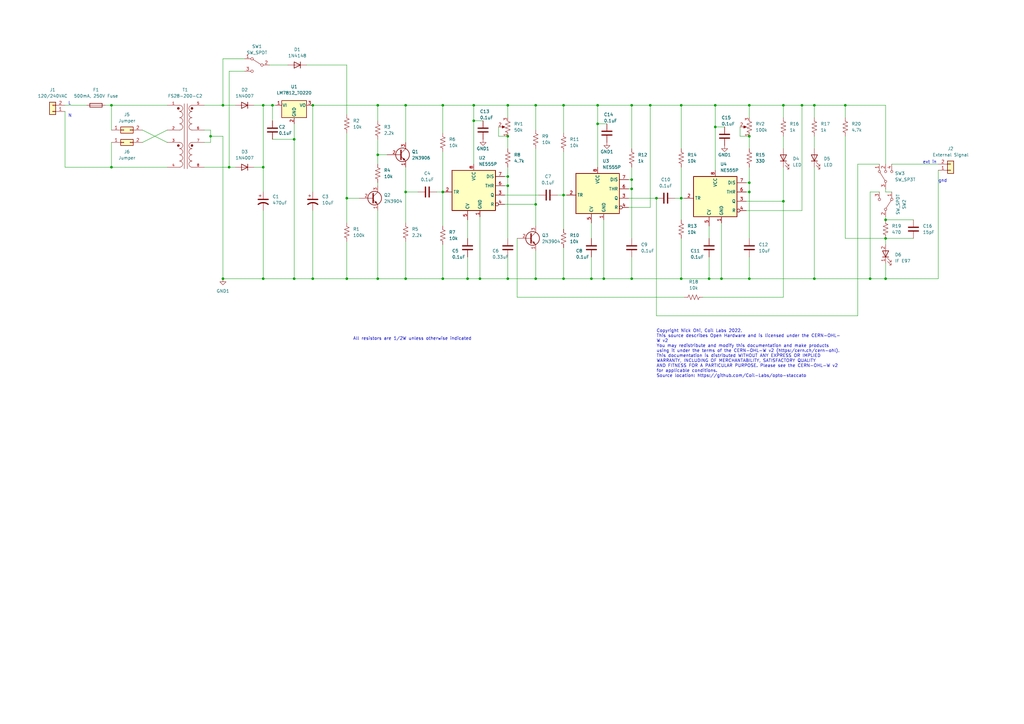
<source format=kicad_sch>
(kicad_sch (version 20211123) (generator eeschema)
  (paper "A3")
  (lib_symbols
    (symbol "Connector_Generic:Conn_01x02" (pin_names (offset 1.016) hide)
      (property "Reference" "J" (at 0 2.54 0))
      (property "Value" "Conn_01x02" (at 0 -5.08 0))
      (symbol "Conn_01x02_1_1"
        (rectangle (start -1.27 -2.413) (end 0 -2.667) (stroke (width 0.1524)))
        (rectangle (start -1.27 0.127) (end 0 -0.127) (stroke (width 0.1524)))
        (rectangle (start -1.27 1.27) (end 1.27 -3.81) (stroke (width 0.254)) (fill (type background)))
        (pin passive line (at -5.08 0 0) (length 3.81) (name "Pin_1") (number "1"))
        (pin passive line (at -5.08 -2.54 0) (length 3.81) (name "Pin_2") (number "2"))
      )
    )
    (symbol "Connector_Generic:Conn_02x01" (pin_names (offset 1.016) hide)
      (property "Reference" "J" (at 1.27 2.54 0))
      (property "Value" "Conn_02x01" (at 1.27 -2.54 0))
      (symbol "Conn_02x01_1_1"
        (rectangle (start -1.27 0.127) (end 0 -0.127) (stroke (width 0.1524)))
        (rectangle (start -1.27 1.27) (end 3.81 -1.27) (stroke (width 0.254)) (fill (type background)))
        (rectangle (start 3.81 0.127) (end 2.54 -0.127) (stroke (width 0.1524)))
        (pin passive line (at -5.08 0 0) (length 3.81) (name "Pin_1") (number "1"))
        (pin passive line (at 7.62 0 180) (length 3.81) (name "Pin_2") (number "2"))
      )
    )
    (symbol "Device:C" (pin_numbers hide) (pin_names (offset 0.254))
      (property "Reference" "C" (at 0.635 2.54 0))
      (property "Value" "C" (at 0.635 -2.54 0))
      (symbol "C_0_1"
        (polyline (pts (xy -2.032 -0.762) (xy 2.032 -0.762)) (stroke (width 0.508)))
        (polyline (pts (xy -2.032 0.762) (xy 2.032 0.762)) (stroke (width 0.508)))
      )
      (symbol "C_1_1"
        (pin passive line (at 0 3.81 270) (length 2.794) (name "~") (number "1"))
        (pin passive line (at 0 -3.81 90) (length 2.794) (name "~") (number "2"))
      )
    )
    (symbol "Device:C_Polarized_US" (pin_numbers hide) (pin_names (offset 0.254) hide)
      (property "Reference" "C" (at 0.635 2.54 0))
      (property "Value" "C_Polarized_US" (at 0.635 -2.54 0))
      (symbol "C_Polarized_US_0_1"
        (polyline (pts (xy -2.032 0.762) (xy 2.032 0.762)) (stroke (width 0.508)))
        (polyline (pts (xy -1.778 2.286) (xy -0.762 2.286)))
        (polyline (pts (xy -1.27 1.778) (xy -1.27 2.794)))
        (arc (start 2.032 -1.27) (mid 0 -0.5572) (end -2.032 -1.27) (stroke (width 0.508)))
      )
      (symbol "C_Polarized_US_1_1"
        (pin passive line (at 0 3.81 270) (length 2.794) (name "~") (number "1"))
        (pin passive line (at 0 -3.81 90) (length 3.302) (name "~") (number "2"))
      )
    )
    (symbol "Device:Fuse" (pin_numbers hide) (pin_names (offset 0))
      (property "Reference" "F" (at 2.032 0 90))
      (property "Value" "Fuse" (at -1.905 0 90))
      (symbol "Fuse_0_1"
        (rectangle (start -0.762 -2.54) (end 0.762 2.54) (stroke (width 0.254)))
        (polyline (pts (xy 0 2.54) (xy 0 -2.54)))
      )
      (symbol "Fuse_1_1"
        (pin passive line (at 0 3.81 270) (length 1.27) (name "~") (number "1"))
        (pin passive line (at 0 -3.81 90) (length 1.27) (name "~") (number "2"))
      )
    )
    (symbol "Device:LED" (pin_numbers hide) (pin_names (offset 1.016) hide)
      (property "Reference" "D" (at 0 2.54 0))
      (property "Value" "LED" (at 0 -2.54 0))
      (symbol "LED_0_1"
        (polyline (pts (xy -1.27 -1.27) (xy -1.27 1.27)) (stroke (width 0.254)))
        (polyline (pts (xy -1.27 0) (xy 1.27 0)))
        (polyline (pts (xy 1.27 -1.27) (xy 1.27 1.27) (xy -1.27 0) (xy 1.27 -1.27)) (stroke (width 0.254)))
        (polyline (pts (xy -3.048 -0.762) (xy -4.572 -2.286) (xy -3.81 -2.286) (xy -4.572 -2.286) (xy -4.572 -1.524)))
        (polyline (pts (xy -1.778 -0.762) (xy -3.302 -2.286) (xy -2.54 -2.286) (xy -3.302 -2.286) (xy -3.302 -1.524)))
      )
      (symbol "LED_1_1"
        (pin passive line (at -3.81 0 0) (length 2.54) (name "K") (number "1"))
        (pin passive line (at 3.81 0 180) (length 2.54) (name "A") (number "2"))
      )
    )
    (symbol "Device:R_Potentiometer_US" (pin_names (offset 1.016) hide)
      (property "Reference" "RV" (at -4.445 0 90))
      (property "Value" "R_Potentiometer_US" (at -2.54 0 90))
      (symbol "R_Potentiometer_US_0_1"
        (polyline (pts (xy 0 -2.286) (xy 0 -2.54)))
        (polyline (pts (xy 0 2.54) (xy 0 2.286)))
        (polyline (pts (xy 2.54 0) (xy 1.524 0)))
        (polyline (pts (xy 1.143 0) (xy 2.286 0.508) (xy 2.286 -0.508) (xy 1.143 0)) (fill (type outline)))
        (polyline (pts (xy 0 -0.762) (xy 1.016 -1.143) (xy 0 -1.524) (xy -1.016 -1.905) (xy 0 -2.286)))
        (polyline (pts (xy 0 0.762) (xy 1.016 0.381) (xy 0 0) (xy -1.016 -0.381) (xy 0 -0.762)))
        (polyline (pts (xy 0 2.286) (xy 1.016 1.905) (xy 0 1.524) (xy -1.016 1.143) (xy 0 0.762)))
      )
      (symbol "R_Potentiometer_US_1_1"
        (pin passive line (at 0 3.81 270) (length 1.27) (name "1") (number "1"))
        (pin passive line (at 3.81 0 180) (length 1.27) (name "2") (number "2"))
        (pin passive line (at 0 -3.81 90) (length 1.27) (name "3") (number "3"))
      )
    )
    (symbol "Device:R_US" (pin_numbers hide) (pin_names (offset 0))
      (property "Reference" "R" (at 2.54 0 90))
      (property "Value" "R_US" (at -2.54 0 90))
      (symbol "R_US_0_1"
        (polyline (pts (xy 0 -2.286) (xy 0 -2.54)))
        (polyline (pts (xy 0 2.286) (xy 0 2.54)))
        (polyline (pts (xy 0 -0.762) (xy 1.016 -1.143) (xy 0 -1.524) (xy -1.016 -1.905) (xy 0 -2.286)))
        (polyline (pts (xy 0 0.762) (xy 1.016 0.381) (xy 0 0) (xy -1.016 -0.381) (xy 0 -0.762)))
        (polyline (pts (xy 0 2.286) (xy 1.016 1.905) (xy 0 1.524) (xy -1.016 1.143) (xy 0 0.762)))
      )
      (symbol "R_US_1_1"
        (pin passive line (at 0 3.81 270) (length 1.27) (name "~") (number "1"))
        (pin passive line (at 0 -3.81 90) (length 1.27) (name "~") (number "2"))
      )
    )
    (symbol "Diode:1N4007" (pin_numbers hide) (pin_names (offset 1.016) hide)
      (property "Reference" "D" (at 0 2.54 0))
      (property "Value" "1N4007" (at 0 -2.54 0))
      (symbol "1N4007_0_1"
        (polyline (pts (xy -1.27 1.27) (xy -1.27 -1.27)) (stroke (width 0.254)))
        (polyline (pts (xy 1.27 0) (xy -1.27 0)))
        (polyline (pts (xy 1.27 1.27) (xy 1.27 -1.27) (xy -1.27 0) (xy 1.27 1.27)) (stroke (width 0.254)))
      )
      (symbol "1N4007_1_1"
        (pin passive line (at -3.81 0 0) (length 2.54) (name "K") (number "1"))
        (pin passive line (at 3.81 0 180) (length 2.54) (name "A") (number "2"))
      )
    )
    (symbol "FS28-200-C2:FS28-200-C2" (pin_names (offset 1.016) hide)
      (property "Reference" "T" (at -5.08 15.24 0))
      (property "Value" "FS28-200-C2" (at -5.08 -17.78 0))
      (symbol "FS28-200-C2_0_0"
        (circle (center -3.048 -3.81) (radius 0.254) (stroke (width 0.508)))
        (circle (center -3.048 11.43) (radius 0.254) (stroke (width 0.508)))
        (arc (start -2.54 -12.7) (mid -1.27 -11.43) (end -2.54 -10.16) (stroke (width 0.1524)))
        (arc (start -2.54 -10.16) (mid -1.27 -8.89) (end -2.54 -7.62) (stroke (width 0.1524)))
        (arc (start -2.54 -7.62) (mid -1.27 -6.35) (end -2.54 -5.08) (stroke (width 0.1524)))
        (arc (start -2.54 -5.08) (mid -1.27 -3.81) (end -2.54 -2.54) (stroke (width 0.1524)))
        (arc (start -2.54 2.54) (mid -1.27 3.81) (end -2.54 5.08) (stroke (width 0.1524)))
        (arc (start -2.54 5.08) (mid -1.27 6.35) (end -2.54 7.62) (stroke (width 0.1524)))
        (arc (start -2.54 7.62) (mid -1.27 8.89) (end -2.54 10.16) (stroke (width 0.1524)))
        (arc (start -2.54 10.16) (mid -1.27 11.43) (end -2.54 12.7) (stroke (width 0.1524)))
        (polyline (pts (xy -0.635 13.335) (xy -0.635 -13.335)) (stroke (width 0.1524)))
        (polyline (pts (xy 0.635 13.335) (xy 0.635 -13.335)) (stroke (width 0.1524)))
        (arc (start 2.54 -10.16) (mid 1.27 -11.43) (end 2.54 -12.7) (stroke (width 0.1524)))
        (arc (start 2.54 -7.62) (mid 1.27 -8.89) (end 2.54 -10.16) (stroke (width 0.1524)))
        (arc (start 2.54 -5.08) (mid 1.27 -6.35) (end 2.54 -7.62) (stroke (width 0.1524)))
        (circle (center 2.54 -3.81) (radius 0.254) (stroke (width 0.508)))
        (arc (start 2.54 -2.54) (mid 1.27 -3.81) (end 2.54 -5.08) (stroke (width 0.1524)))
        (arc (start 2.54 5.08) (mid 1.27 3.81) (end 2.54 2.54) (stroke (width 0.1524)))
        (arc (start 2.54 7.62) (mid 1.27 6.35) (end 2.54 5.08) (stroke (width 0.1524)))
        (arc (start 2.54 10.16) (mid 1.27 8.89) (end 2.54 7.62) (stroke (width 0.1524)))
        (circle (center 2.54 11.43) (radius 0.254) (stroke (width 0.508)))
        (arc (start 2.54 12.7) (mid 1.27 11.43) (end 2.54 10.16) (stroke (width 0.1524)))
        (pin passive line (at -7.62 12.7 0) (length 5.08) (name "~") (number "1"))
        (pin passive line (at -7.62 2.54 0) (length 5.08) (name "~") (number "2"))
        (pin passive line (at -7.62 -2.54 0) (length 5.08) (name "~") (number "3"))
        (pin passive line (at -7.62 -12.7 0) (length 5.08) (name "~") (number "4"))
        (pin passive line (at 7.62 12.7 180) (length 5.08) (name "~") (number "5"))
        (pin passive line (at 7.62 2.54 180) (length 5.08) (name "~") (number "6"))
        (pin passive line (at 7.62 -2.54 180) (length 5.08) (name "~") (number "7"))
        (pin passive line (at 7.62 -12.7 180) (length 5.08) (name "~") (number "8"))
      )
    )
    (symbol "LED_1" (pin_names (offset 1.016) hide)
      (property "Reference" "D" (at 0 2.54 0))
      (property "Value" "LED_1" (at 0 -2.54 0))
      (symbol "LED_1_0_1"
        (polyline (pts (xy -1.27 -1.27) (xy -1.27 1.27)) (stroke (width 0.254)))
        (polyline (pts (xy -1.27 0) (xy 1.27 0)))
        (polyline (pts (xy 1.27 -1.27) (xy 1.27 1.27) (xy -1.27 0) (xy 1.27 -1.27)) (stroke (width 0.254)))
        (polyline (pts (xy -3.048 -0.762) (xy -4.572 -2.286) (xy -3.81 -2.286) (xy -4.572 -2.286) (xy -4.572 -1.524)))
        (polyline (pts (xy -1.778 -0.762) (xy -3.302 -2.286) (xy -2.54 -2.286) (xy -3.302 -2.286) (xy -3.302 -1.524)))
      )
      (symbol "LED_1_1_1"
        (pin passive line (at -3.81 0 0) (length 2.54) (name "K") (number "1"))
        (pin passive line (at 3.81 0 180) (length 2.54) (name "A") (number "2"))
      )
    )
    (symbol "Regulator_Linear:LM7812_TO220" (pin_names (offset 0.254))
      (property "Reference" "U" (at -3.81 3.175 0))
      (property "Value" "LM7812_TO220" (at 0 3.175 0))
      (symbol "LM7812_TO220_0_1"
        (rectangle (start -5.08 1.905) (end 5.08 -5.08) (stroke (width 0.254)) (fill (type background)))
      )
      (symbol "LM7812_TO220_1_1"
        (pin power_in line (at -7.62 0 0) (length 2.54) (name "VI") (number "1"))
        (pin power_in line (at 0 -7.62 90) (length 2.54) (name "GND") (number "2"))
        (pin power_out line (at 7.62 0 180) (length 2.54) (name "VO") (number "3"))
      )
    )
    (symbol "Switch:SW_SP3T" (pin_names (offset 0) hide)
      (property "Reference" "SW" (at 0 5.08 0))
      (property "Value" "SW_SP3T" (at 0 -5.08 0))
      (symbol "SW_SP3T_0_1"
        (circle (center -2.032 0) (radius 0.4572))
        (polyline (pts (xy -1.651 0.254) (xy 1.651 2.286)))
        (circle (center 2.032 -2.54) (radius 0.4572))
        (circle (center 2.032 0) (radius 0.4572))
        (circle (center 2.032 2.54) (radius 0.4572))
      )
      (symbol "SW_SP3T_1_1"
        (pin passive line (at 5.08 2.54 180) (length 2.54) (name "1") (number "1"))
        (pin passive line (at 5.08 0 180) (length 2.54) (name "2") (number "2"))
        (pin passive line (at -5.08 0 0) (length 2.54) (name "3") (number "3"))
        (pin passive line (at 5.08 -2.54 180) (length 2.54) (name "4") (number "4"))
      )
    )
    (symbol "Switch:SW_SPDT" (pin_names (offset 0) hide)
      (property "Reference" "SW" (at 0 4.318 0))
      (property "Value" "SW_SPDT" (at 0 -5.08 0))
      (symbol "SW_SPDT_0_0"
        (circle (center -2.032 0) (radius 0.508))
        (circle (center 2.032 -2.54) (radius 0.508))
      )
      (symbol "SW_SPDT_0_1"
        (polyline (pts (xy -1.524 0.254) (xy 1.651 2.286)))
        (circle (center 2.032 2.54) (radius 0.508))
      )
      (symbol "SW_SPDT_1_1"
        (pin passive line (at 5.08 2.54 180) (length 2.54) (name "A") (number "1"))
        (pin passive line (at -5.08 0 0) (length 2.54) (name "B") (number "2"))
        (pin passive line (at 5.08 -2.54 180) (length 2.54) (name "C") (number "3"))
      )
    )
    (symbol "Timer:NE555P"
      (property "Reference" "U?" (at 2.54 13.97 0))
      (property "Value" "NE555P" (at 2.54 11.43 0))
      (symbol "NE555P_0_0"
        (pin power_in line (at 2.54 -10.16 90) (length 2.54) (name "GND") (number "1"))
        (pin power_in line (at 0 11.43 270) (length 2.54) (name "VCC") (number "8"))
      )
      (symbol "NE555P_0_1"
        (rectangle (start -8.89 8.89) (end 8.89 -7.62) (stroke (width 0.254)) (fill (type background)))
        (rectangle (start -8.89 8.89) (end 8.89 -7.62) (stroke (width 0.254)) (fill (type background)))
      )
      (symbol "NE555P_1_1"
        (pin input line (at -12.7 0 0) (length 3.81) (name "TR") (number "2"))
        (pin output line (at 12.7 -1.27 180) (length 3.81) (name "Q") (number "3"))
        (pin input inverted (at 12.7 -5.08 180) (length 3.81) (name "R") (number "4"))
        (pin input line (at -2.54 -11.43 90) (length 3.81) (name "CV") (number "5"))
        (pin input line (at 12.7 2.54 180) (length 3.81) (name "THR") (number "6"))
        (pin input line (at 12.7 6.35 180) (length 3.81) (name "DIS") (number "7"))
      )
    )
    (symbol "Transistor_BJT:2N3904" (pin_names (offset 0) hide)
      (property "Reference" "Q" (at 5.08 1.905 0))
      (property "Value" "2N3904" (at 5.08 0 0))
      (symbol "2N3904_0_1"
        (polyline (pts (xy 0.635 0.635) (xy 2.54 2.54)))
        (polyline (pts (xy 0.635 -0.635) (xy 2.54 -2.54) (xy 2.54 -2.54)))
        (polyline (pts (xy 0.635 1.905) (xy 0.635 -1.905) (xy 0.635 -1.905)) (stroke (width 0.508)))
        (polyline (pts (xy 1.27 -1.778) (xy 1.778 -1.27) (xy 2.286 -2.286) (xy 1.27 -1.778) (xy 1.27 -1.778)) (fill (type outline)))
        (circle (center 1.27 0) (radius 2.8194) (stroke (width 0.254)))
      )
      (symbol "2N3904_1_1"
        (pin passive line (at 2.54 -5.08 90) (length 2.54) (name "E") (number "1"))
        (pin passive line (at -5.08 0 0) (length 5.715) (name "B") (number "2"))
        (pin passive line (at 2.54 5.08 270) (length 2.54) (name "C") (number "3"))
      )
    )
    (symbol "Transistor_BJT:2N3906" (pin_names (offset 0) hide)
      (property "Reference" "Q" (at 5.08 1.905 0))
      (property "Value" "2N3906" (at 5.08 0 0))
      (symbol "2N3906_0_1"
        (polyline (pts (xy 0.635 0.635) (xy 2.54 2.54)))
        (polyline (pts (xy 0.635 -0.635) (xy 2.54 -2.54) (xy 2.54 -2.54)))
        (polyline (pts (xy 0.635 1.905) (xy 0.635 -1.905) (xy 0.635 -1.905)) (stroke (width 0.508)))
        (polyline (pts (xy 2.286 -1.778) (xy 1.778 -2.286) (xy 1.27 -1.27) (xy 2.286 -1.778) (xy 2.286 -1.778)) (fill (type outline)))
        (circle (center 1.27 0) (radius 2.8194) (stroke (width 0.254)))
      )
      (symbol "2N3906_1_1"
        (pin passive line (at 2.54 -5.08 90) (length 2.54) (name "E") (number "1"))
        (pin input line (at -5.08 0 0) (length 5.715) (name "B") (number "2"))
        (pin passive line (at 2.54 5.08 270) (length 2.54) (name "C") (number "3"))
      )
    )
    (symbol "power:GND1" (power) (pin_names (offset 0))
      (property "Value" "GND1" (at 0 -3.81 0))
      (symbol "GND1_0_1"
        (polyline (pts (xy 0 0) (xy 0 -1.27) (xy 1.27 -1.27) (xy 0 -2.54) (xy -1.27 -1.27) (xy 0 -1.27)))
      )
      (symbol "GND1_1_1"
        (pin power_in line (at 0 0 270) (length 0) hide (name "GND1") (number "1"))
      )
    )
  )
  (junction (at 208.28 72.39))
  (junction (at 279.4 114.3))
  (junction (at 321.31 82.55))
  (junction (at 45.72 43.18))
  (junction (at 307.34 74.93))
  (junction (at 93.98 68.58))
  (junction (at 166.37 114.3))
  (junction (at 293.37 43.18))
  (junction (at 279.4 81.28))
  (junction (at 194.31 49.53))
  (junction (at 363.22 90.17))
  (junction (at 91.44 114.3))
  (junction (at 346.71 43.18))
  (junction (at 91.44 43.18))
  (junction (at 107.95 43.18))
  (junction (at 269.24 81.28))
  (junction (at 259.08 73.66))
  (junction (at 219.71 83.82))
  (junction (at 334.01 43.18))
  (junction (at 307.34 55.88))
  (junction (at 295.91 114.3))
  (junction (at 86.36 55.88))
  (junction (at 142.24 114.3))
  (junction (at 219.71 43.18))
  (junction (at 307.34 114.3))
  (junction (at 208.28 76.2))
  (junction (at 307.34 43.18))
  (junction (at 166.37 43.18))
  (junction (at 128.27 114.3))
  (junction (at 290.83 114.3))
  (junction (at 363.22 114.3))
  (junction (at 259.08 114.3))
  (junction (at 266.7 43.18))
  (junction (at 166.37 78.74))
  (junction (at 231.14 80.01))
  (junction (at 245.11 50.8))
  (junction (at 279.4 43.18))
  (junction (at 231.14 114.3))
  (junction (at 247.65 114.3))
  (junction (at 334.01 114.3))
  (junction (at 293.37 52.07))
  (junction (at 196.85 114.3))
  (junction (at 154.94 43.18))
  (junction (at 107.95 68.58))
  (junction (at 208.28 43.18))
  (junction (at 107.95 114.3))
  (junction (at 307.34 78.74))
  (junction (at 120.65 57.15))
  (junction (at 231.14 43.18))
  (junction (at 181.61 114.3))
  (junction (at 208.28 114.3))
  (junction (at 363.22 97.79))
  (junction (at 111.76 43.18))
  (junction (at 128.27 43.18))
  (junction (at 245.11 43.18))
  (junction (at 181.61 78.74))
  (junction (at 259.08 43.18))
  (junction (at 154.94 63.5))
  (junction (at 321.31 43.18))
  (junction (at 154.94 114.3))
  (junction (at 194.31 43.18))
  (junction (at 181.61 43.18))
  (junction (at 120.65 114.3))
  (junction (at 45.72 68.58))
  (junction (at 242.57 114.3))
  (junction (at 191.77 114.3))
  (junction (at 208.28 55.88))
  (junction (at 356.87 114.3))
  (junction (at 328.93 43.18))
  (junction (at 142.24 81.28))
  (junction (at 219.71 114.3))
  (junction (at 259.08 77.47))
  (wire (pts (xy 219.71 43.18) (xy 219.71 53.34)))
  (wire (pts (xy 259.08 73.66) (xy 257.81 73.66)))
  (wire (pts (xy 303.53 55.88) (xy 307.34 55.88)))
  (wire (pts (xy 111.76 57.15) (xy 120.65 57.15)))
  (wire (pts (xy 111.76 49.53) (xy 111.76 43.18)))
  (wire (pts (xy 328.93 43.18) (xy 321.31 43.18)))
  (wire (pts (xy 360.68 78.74) (xy 356.87 78.74)))
  (wire (pts (xy 208.28 76.2) (xy 208.28 72.39)))
  (wire (pts (xy 363.22 78.74) (xy 363.22 77.47)))
  (wire (pts (xy 91.44 43.18) (xy 96.52 43.18)))
  (wire (pts (xy 181.61 43.18) (xy 194.31 43.18)))
  (wire (pts (xy 111.76 43.18) (xy 113.03 43.18)))
  (wire (pts (xy 196.85 114.3) (xy 208.28 114.3)))
  (wire (pts (xy 365.76 67.31) (xy 384.81 67.31)))
  (wire (pts (xy 154.94 43.18) (xy 128.27 43.18)))
  (wire (pts (xy 295.91 114.3) (xy 290.83 114.3)))
  (wire (pts (xy 334.01 48.26) (xy 334.01 43.18)))
  (wire (pts (xy 242.57 91.44) (xy 242.57 97.79)))
  (wire (pts (xy 303.53 52.07) (xy 303.53 55.88)))
  (wire (pts (xy 147.32 81.28) (xy 142.24 81.28)))
  (wire (pts (xy 247.65 114.3) (xy 242.57 114.3)))
  (wire (pts (xy 166.37 43.18) (xy 181.61 43.18)))
  (wire (pts (xy 83.82 43.18) (xy 91.44 43.18)))
  (wire (pts (xy 219.71 83.82) (xy 219.71 92.71)))
  (wire (pts (xy 142.24 26.67) (xy 142.24 46.99)))
  (wire (pts (xy 279.4 43.18) (xy 293.37 43.18)))
  (wire (pts (xy 86.36 53.34) (xy 86.36 55.88)))
  (wire (pts (xy 279.4 97.79) (xy 279.4 114.3)))
  (wire (pts (xy 194.31 49.53) (xy 194.31 67.31)))
  (wire (pts (xy 269.24 129.54) (xy 351.79 129.54)))
  (wire (pts (xy 288.29 121.92) (xy 321.31 121.92)))
  (wire (pts (xy 259.08 68.58) (xy 259.08 73.66)))
  (wire (pts (xy 93.98 68.58) (xy 96.52 68.58)))
  (wire (pts (xy 356.87 78.74) (xy 356.87 114.3)))
  (wire (pts (xy 334.01 55.88) (xy 334.01 60.96)))
  (wire (pts (xy 321.31 55.88) (xy 321.31 60.96)))
  (wire (pts (xy 204.47 52.07) (xy 204.47 55.88)))
  (wire (pts (xy 179.07 78.74) (xy 181.61 78.74)))
  (wire (pts (xy 45.72 43.18) (xy 68.58 43.18)))
  (wire (pts (xy 290.83 105.41) (xy 290.83 114.3)))
  (wire (pts (xy 208.28 105.41) (xy 208.28 114.3)))
  (wire (pts (xy 128.27 86.36) (xy 128.27 114.3)))
  (wire (pts (xy 181.61 43.18) (xy 181.61 54.61)))
  (wire (pts (xy 334.01 68.58) (xy 334.01 114.3)))
  (wire (pts (xy 125.73 26.67) (xy 142.24 26.67)))
  (wire (pts (xy 306.07 78.74) (xy 307.34 78.74)))
  (wire (pts (xy 93.98 29.21) (xy 100.33 29.21)))
  (wire (pts (xy 276.86 81.28) (xy 279.4 81.28)))
  (wire (pts (xy 93.98 29.21) (xy 93.98 68.58)))
  (wire (pts (xy 142.24 54.61) (xy 142.24 81.28)))
  (wire (pts (xy 307.34 55.88) (xy 307.34 60.96)))
  (wire (pts (xy 86.36 55.88) (xy 91.44 55.88)))
  (wire (pts (xy 334.01 114.3) (xy 356.87 114.3)))
  (wire (pts (xy 166.37 68.58) (xy 166.37 78.74)))
  (wire (pts (xy 194.31 43.18) (xy 208.28 43.18)))
  (wire (pts (xy 120.65 57.15) (xy 120.65 50.8)))
  (wire (pts (xy 279.4 68.58) (xy 279.4 81.28)))
  (wire (pts (xy 128.27 114.3) (xy 120.65 114.3)))
  (wire (pts (xy 142.24 114.3) (xy 128.27 114.3)))
  (wire (pts (xy 219.71 60.96) (xy 219.71 83.82)))
  (wire (pts (xy 91.44 55.88) (xy 91.44 114.3)))
  (wire (pts (xy 363.22 90.17) (xy 374.65 90.17)))
  (wire (pts (xy 107.95 43.18) (xy 111.76 43.18)))
  (wire (pts (xy 231.14 101.6) (xy 231.14 114.3)))
  (wire (pts (xy 166.37 43.18) (xy 154.94 43.18)))
  (wire (pts (xy 259.08 43.18) (xy 259.08 60.96)))
  (wire (pts (xy 208.28 114.3) (xy 219.71 114.3)))
  (wire (pts (xy 306.07 86.36) (xy 328.93 86.36)))
  (wire (pts (xy 266.7 43.18) (xy 279.4 43.18)))
  (wire (pts (xy 107.95 43.18) (xy 107.95 68.58)))
  (wire (pts (xy 346.71 97.79) (xy 363.22 97.79)))
  (wire (pts (xy 257.81 85.09) (xy 266.7 85.09)))
  (wire (pts (xy 158.75 63.5) (xy 154.94 63.5)))
  (wire (pts (xy 91.44 24.13) (xy 91.44 43.18)))
  (wire (pts (xy 295.91 91.44) (xy 295.91 114.3)))
  (wire (pts (xy 45.72 68.58) (xy 68.58 68.58)))
  (wire (pts (xy 307.34 114.3) (xy 295.91 114.3)))
  (wire (pts (xy 231.14 43.18) (xy 231.14 54.61)))
  (wire (pts (xy 207.01 83.82) (xy 219.71 83.82)))
  (wire (pts (xy 191.77 105.41) (xy 191.77 114.3)))
  (wire (pts (xy 328.93 43.18) (xy 334.01 43.18)))
  (wire (pts (xy 154.94 57.15) (xy 154.94 63.5)))
  (wire (pts (xy 321.31 121.92) (xy 321.31 82.55)))
  (wire (pts (xy 307.34 43.18) (xy 307.34 48.26)))
  (wire (pts (xy 219.71 43.18) (xy 231.14 43.18)))
  (wire (pts (xy 166.37 78.74) (xy 171.45 78.74)))
  (wire (pts (xy 307.34 68.58) (xy 307.34 74.93)))
  (wire (pts (xy 154.94 114.3) (xy 142.24 114.3)))
  (wire (pts (xy 154.94 74.93) (xy 154.94 76.2)))
  (wire (pts (xy 208.28 43.18) (xy 208.28 48.26)))
  (wire (pts (xy 257.81 81.28) (xy 269.24 81.28)))
  (wire (pts (xy 191.77 90.17) (xy 191.77 97.79)))
  (wire (pts (xy 266.7 43.18) (xy 266.7 85.09)))
  (wire (pts (xy 219.71 114.3) (xy 231.14 114.3)))
  (wire (pts (xy 307.34 114.3) (xy 334.01 114.3)))
  (wire (pts (xy 83.82 68.58) (xy 93.98 68.58)))
  (wire (pts (xy 351.79 67.31) (xy 360.68 67.31)))
  (wire (pts (xy 328.93 86.36) (xy 328.93 43.18)))
  (wire (pts (xy 104.14 43.18) (xy 107.95 43.18)))
  (wire (pts (xy 208.28 43.18) (xy 219.71 43.18)))
  (wire (pts (xy 166.37 78.74) (xy 166.37 91.44)))
  (wire (pts (xy 279.4 60.96) (xy 279.4 43.18)))
  (wire (pts (xy 231.14 80.01) (xy 232.41 80.01)))
  (wire (pts (xy 83.82 53.34) (xy 86.36 53.34)))
  (wire (pts (xy 231.14 114.3) (xy 242.57 114.3)))
  (wire (pts (xy 100.33 24.13) (xy 91.44 24.13)))
  (wire (pts (xy 279.4 81.28) (xy 280.67 81.28)))
  (wire (pts (xy 259.08 114.3) (xy 279.4 114.3)))
  (wire (pts (xy 120.65 114.3) (xy 107.95 114.3)))
  (wire (pts (xy 245.11 68.58) (xy 245.11 50.8)))
  (wire (pts (xy 228.6 80.01) (xy 231.14 80.01)))
  (wire (pts (xy 166.37 58.42) (xy 166.37 43.18)))
  (wire (pts (xy 293.37 43.18) (xy 307.34 43.18)))
  (wire (pts (xy 259.08 43.18) (xy 266.7 43.18)))
  (wire (pts (xy 384.81 114.3) (xy 384.81 69.85)))
  (wire (pts (xy 259.08 114.3) (xy 247.65 114.3)))
  (wire (pts (xy 194.31 43.18) (xy 194.31 49.53)))
  (wire (pts (xy 231.14 80.01) (xy 231.14 93.98)))
  (wire (pts (xy 26.67 68.58) (xy 45.72 68.58)))
  (wire (pts (xy 142.24 99.06) (xy 142.24 114.3)))
  (wire (pts (xy 321.31 48.26) (xy 321.31 43.18)))
  (wire (pts (xy 86.36 58.42) (xy 83.82 58.42)))
  (wire (pts (xy 166.37 99.06) (xy 166.37 114.3)))
  (wire (pts (xy 247.65 90.17) (xy 247.65 114.3)))
  (wire (pts (xy 181.61 100.33) (xy 181.61 114.3)))
  (wire (pts (xy 154.94 86.36) (xy 154.94 114.3)))
  (wire (pts (xy 181.61 62.23) (xy 181.61 78.74)))
  (wire (pts (xy 346.71 55.88) (xy 346.71 97.79)))
  (wire (pts (xy 58.42 58.42) (xy 68.58 53.34)))
  (wire (pts (xy 363.22 97.79) (xy 374.65 97.79)))
  (wire (pts (xy 279.4 81.28) (xy 279.4 90.17)))
  (wire (pts (xy 194.31 49.53) (xy 198.12 49.53)))
  (wire (pts (xy 120.65 57.15) (xy 120.65 114.3)))
  (wire (pts (xy 166.37 114.3) (xy 181.61 114.3)))
  (wire (pts (xy 212.09 121.92) (xy 212.09 97.79)))
  (wire (pts (xy 356.87 114.3) (xy 363.22 114.3)))
  (wire (pts (xy 208.28 76.2) (xy 208.28 97.79)))
  (wire (pts (xy 196.85 88.9) (xy 196.85 114.3)))
  (wire (pts (xy 363.22 67.31) (xy 363.22 43.18)))
  (wire (pts (xy 208.28 55.88) (xy 204.47 55.88)))
  (wire (pts (xy 107.95 68.58) (xy 107.95 78.74)))
  (wire (pts (xy 351.79 129.54) (xy 351.79 67.31)))
  (wire (pts (xy 208.28 68.58) (xy 208.28 72.39)))
  (wire (pts (xy 306.07 82.55) (xy 321.31 82.55)))
  (wire (pts (xy 321.31 43.18) (xy 307.34 43.18)))
  (wire (pts (xy 26.67 43.18) (xy 35.56 43.18)))
  (wire (pts (xy 207.01 76.2) (xy 208.28 76.2)))
  (wire (pts (xy 86.36 55.88) (xy 86.36 58.42)))
  (wire (pts (xy 321.31 68.58) (xy 321.31 82.55)))
  (wire (pts (xy 154.94 63.5) (xy 154.94 67.31)))
  (wire (pts (xy 346.71 43.18) (xy 334.01 43.18)))
  (wire (pts (xy 181.61 114.3) (xy 191.77 114.3)))
  (wire (pts (xy 307.34 105.41) (xy 307.34 114.3)))
  (wire (pts (xy 363.22 78.74) (xy 365.76 78.74)))
  (wire (pts (xy 207.01 80.01) (xy 220.98 80.01)))
  (wire (pts (xy 110.49 26.67) (xy 118.11 26.67)))
  (wire (pts (xy 91.44 114.3) (xy 107.95 114.3)))
  (wire (pts (xy 307.34 74.93) (xy 306.07 74.93)))
  (wire (pts (xy 290.83 114.3) (xy 279.4 114.3)))
  (wire (pts (xy 307.34 74.93) (xy 307.34 78.74)))
  (wire (pts (xy 231.14 43.18) (xy 245.11 43.18)))
  (wire (pts (xy 346.71 43.18) (xy 346.71 48.26)))
  (wire (pts (xy 259.08 73.66) (xy 259.08 77.47)))
  (wire (pts (xy 142.24 81.28) (xy 142.24 91.44)))
  (wire (pts (xy 128.27 43.18) (xy 128.27 78.74)))
  (wire (pts (xy 293.37 52.07) (xy 293.37 43.18)))
  (wire (pts (xy 245.11 50.8) (xy 245.11 43.18)))
  (wire (pts (xy 363.22 97.79) (xy 363.22 100.33)))
  (wire (pts (xy 208.28 72.39) (xy 207.01 72.39)))
  (wire (pts (xy 154.94 49.53) (xy 154.94 43.18)))
  (wire (pts (xy 259.08 77.47) (xy 257.81 77.47)))
  (wire (pts (xy 363.22 114.3) (xy 384.81 114.3)))
  (wire (pts (xy 293.37 52.07) (xy 297.18 52.07)))
  (wire (pts (xy 107.95 86.36) (xy 107.95 114.3)))
  (wire (pts (xy 208.28 55.88) (xy 208.28 60.96)))
  (wire (pts (xy 58.42 53.34) (xy 68.58 58.42)))
  (wire (pts (xy 191.77 114.3) (xy 196.85 114.3)))
  (wire (pts (xy 219.71 102.87) (xy 219.71 114.3)))
  (wire (pts (xy 259.08 105.41) (xy 259.08 114.3)))
  (wire (pts (xy 245.11 43.18) (xy 259.08 43.18)))
  (wire (pts (xy 26.67 68.58) (xy 26.67 45.72)))
  (wire (pts (xy 166.37 114.3) (xy 154.94 114.3)))
  (wire (pts (xy 269.24 81.28) (xy 269.24 129.54)))
  (wire (pts (xy 307.34 78.74) (xy 307.34 97.79)))
  (wire (pts (xy 245.11 50.8) (xy 248.92 50.8)))
  (wire (pts (xy 293.37 69.85) (xy 293.37 52.07)))
  (wire (pts (xy 363.22 43.18) (xy 346.71 43.18)))
  (wire (pts (xy 231.14 62.23) (xy 231.14 80.01)))
  (wire (pts (xy 363.22 90.17) (xy 363.22 88.9)))
  (wire (pts (xy 104.14 68.58) (xy 107.95 68.58)))
  (wire (pts (xy 280.67 121.92) (xy 212.09 121.92)))
  (wire (pts (xy 242.57 105.41) (xy 242.57 114.3)))
  (wire (pts (xy 45.72 43.18) (xy 45.72 53.34)))
  (wire (pts (xy 259.08 77.47) (xy 259.08 97.79)))
  (wire (pts (xy 181.61 78.74) (xy 181.61 92.71)))
  (wire (pts (xy 363.22 107.95) (xy 363.22 114.3)))
  (wire (pts (xy 43.18 43.18) (xy 45.72 43.18)))
  (wire (pts (xy 290.83 92.71) (xy 290.83 97.79)))
  (wire (pts (xy 45.72 58.42) (xy 45.72 68.58)))
  (text "All resistors are 1/2W unless otherwise indicated" (at 144.78 139.7 0) (effects (font (size 1.27 1.27)) (justify left bottom)))
  (text "Copyright Nick Ohi, Coil Labs 2022.\nThis source describes Open Hardware and is licensed under the CERN-OHL-\nW v2\nYou may redistribute and modify this documentation and make products\nusing it under the terms of the CERN-OHL-W v2 (https:/cern.ch/cern-ohl).\nThis documentation is distributed WITHOUT ANY EXPRESS OR IMPLIED\nWARRANTY, INCLUDING OF MERCHANTABILITY, SATISFACTORY QUALITY\nAND FITNESS FOR A PARTICULAR PURPOSE. Please see the CERN-OHL-W v2\nfor applicable conditions.\nSource location: https://github.com/Coil-Labs/opto-staccato" (at 269.24 154.94 0) (effects (font (size 1.27 1.27)) (justify left bottom)))
  (text "N" (at 27.94 48.26 0) (effects (font (size 1.27 1.27)) (justify left bottom)))
  (text "ext in" (at 378.46 67.31 0) (effects (font (size 1.27 1.27)) (justify left bottom)))
  (text "L" (at 27.94 43.18 0) (effects (font (size 1.27 1.27)) (justify left bottom)))
  (text "gnd" (at 384.81 74.93 0) (effects (font (size 1.27 1.27)) (justify left bottom)))
  (symbol (lib_id "Diode:1N4007") (at 121.92 26.67 180) (unit 1)
    (property "Reference" "D1" (at 121.92 20.32 0))
    (property "Value" "1N4148" (at 121.92 22.86 0))
    (property "Footprint" "Diode_THT:D_DO-35_SOD27_P7.62mm_Horizontal" (effects hide))
    (property "Datasheet" "http://www.vishay.com/docs/88503/1n4001.pdf" (effects hide))
    (property "Spice_Primitive" "D" (effects hide))
    (property "Spice_Model" "1N4007" (effects hide))
    (property "Spice_Netlist_Enabled" "Y" (effects hide))
    (property "Spice_Lib_File" "/media/nick/3TB_HDD/College Documents/Personal/Coil Labs Files/kicad_spice_library/Models/Diode/DIODE2.lib" (effects hide))
  )
  (symbol (lib_id "Device:R_US") (at 154.94 53.34 0) (unit 1)
    (property "Reference" "R3" (at 157.48 52.0699 0) (effects (justify left)))
    (property "Value" "2.2k" (at 157.48 54.6099 0) (effects (justify left)))
    (property "Footprint" "Resistor_THT:R_Axial_DIN0309_L9.0mm_D3.2mm_P12.70mm_Horizontal" (effects hide))
    (property "Spice_Primitive" "R" (effects hide))
    (property "Spice_Model" "2.2k" (effects hide))
    (property "Spice_Netlist_Enabled" "Y" (effects hide))
  )
  (symbol (lib_id "Device:R_US") (at 219.71 57.15 0) (unit 1)
    (property "Reference" "R9" (at 222.25 55.8799 0) (effects (justify left)))
    (property "Value" "10k" (at 222.25 58.4199 0) (effects (justify left)))
    (property "Footprint" "Resistor_THT:R_Axial_DIN0309_L9.0mm_D3.2mm_P12.70mm_Horizontal" (effects hide))
    (property "Spice_Primitive" "R" (effects hide))
    (property "Spice_Model" "10k" (effects hide))
    (property "Spice_Netlist_Enabled" "Y" (effects hide))
  )
  (symbol (lib_id "Device:R_US") (at 279.4 93.98 0) (unit 1)
    (property "Reference" "R13" (at 281.94 92.7099 0) (effects (justify left)))
    (property "Value" "10k" (at 281.94 95.2499 0) (effects (justify left)))
    (property "Footprint" "Resistor_THT:R_Axial_DIN0309_L9.0mm_D3.2mm_P12.70mm_Horizontal" (effects hide))
    (property "Spice_Primitive" "R" (effects hide))
    (property "Spice_Model" "10k" (effects hide))
    (property "Spice_Netlist_Enabled" "Y" (effects hide))
  )
  (symbol (lib_id "Device:C") (at 290.83 101.6 0) (unit 1)
    (property "Reference" "C11" (at 283.21 102.87 0) (effects (justify left)))
    (property "Value" "0.1uF" (at 283.21 105.41 0) (effects (justify left)))
    (property "Footprint" "Capacitor_THT:C_Disc_D4.7mm_W2.5mm_P5.00mm" (effects hide))
    (property "Spice_Primitive" "C" (effects hide))
    (property "Spice_Model" "0.1u" (effects hide))
    (property "Spice_Netlist_Enabled" "Y" (effects hide))
  )
  (symbol (lib_id "FS28-200-C2:FS28-200-C2") (at 76.2 55.88 0) (unit 1)
    (property "Reference" "T1" (at 75.946 36.83 0))
    (property "Value" "FS28-200-C2" (at 75.946 39.37 0))
    (property "Footprint" "FS28-200-C2:TRANSFORMER_FS28-200-C2" (effects hide))
    (property "MANUFACTURER" "Triad" (effects hide))
    (property "STANDARD" "Manufacturer Recommendations" (effects hide))
  )
  (symbol (lib_id "power:GND1") (at 297.18 59.69 0) (unit 1)
    (property "Reference" "#PWR04" (effects hide))
    (property "Value" "GND1" (at 297.18 63.5 0))
  )
  (symbol (lib_id "Device:C") (at 111.76 53.34 0) (unit 1)
    (property "Reference" "C2" (at 114.3 52.07 0) (effects (justify left)))
    (property "Value" "0.1uF" (at 114.3 54.61 0) (effects (justify left)))
    (property "Footprint" "Capacitor_THT:C_Disc_D4.7mm_W2.5mm_P5.00mm" (effects hide))
    (property "Spice_Primitive" "C" (effects hide))
    (property "Spice_Model" "0.1u" (effects hide))
    (property "Spice_Netlist_Enabled" "Y" (effects hide))
  )
  (symbol (lib_id "Device:C") (at 374.65 93.98 0) (unit 1)
    (property "Reference" "C16" (at 378.46 92.71 0) (effects (justify left)))
    (property "Value" "15pF" (at 378.46 95.25 0) (effects (justify left)))
    (property "Footprint" "Capacitor_THT:C_Disc_D4.7mm_W2.5mm_P5.00mm" (effects hide))
  )
  (symbol (lib_name "LED_1") (lib_id "Device:LED") (at 363.22 104.14 90) (unit 1)
    (property "Reference" "D6" (at 367.03 104.4574 90) (effects (justify right)))
    (property "Value" "IF E97" (at 367.03 106.9974 90) (effects (justify right)))
    (property "Footprint" "IF-E91A:IF-E91A" (effects hide))
  )
  (symbol (lib_id "Device:R_US") (at 181.61 58.42 0) (unit 1)
    (property "Reference" "R6" (at 184.15 57.1499 0) (effects (justify left)))
    (property "Value" "10k" (at 184.15 59.6899 0) (effects (justify left)))
    (property "Footprint" "Resistor_THT:R_Axial_DIN0309_L9.0mm_D3.2mm_P12.70mm_Horizontal" (effects hide))
    (property "Spice_Primitive" "R" (effects hide))
    (property "Spice_Model" "100k" (effects hide))
    (property "Spice_Netlist_Enabled" "Y" (effects hide))
  )
  (symbol (lib_id "Device:R_US") (at 279.4 64.77 0) (unit 1)
    (property "Reference" "R14" (at 281.94 63.4999 0) (effects (justify left)))
    (property "Value" "10k" (at 281.94 66.0399 0) (effects (justify left)))
    (property "Footprint" "Resistor_THT:R_Axial_DIN0309_L9.0mm_D3.2mm_P12.70mm_Horizontal" (effects hide))
    (property "Spice_Primitive" "R" (effects hide))
    (property "Spice_Model" "10k" (effects hide))
    (property "Spice_Netlist_Enabled" "Y" (effects hide))
  )
  (symbol (lib_id "Device:C") (at 307.34 101.6 0) (unit 1)
    (property "Reference" "C12" (at 311.15 100.3299 0) (effects (justify left)))
    (property "Value" "10uF" (at 311.15 102.8699 0) (effects (justify left)))
    (property "Footprint" "Capacitor_THT:C_Disc_D5.1mm_W3.2mm_P5.00mm" (effects hide))
    (property "Spice_Primitive" "C" (effects hide))
    (property "Spice_Model" "10u" (effects hide))
    (property "Spice_Netlist_Enabled" "Y" (effects hide))
  )
  (symbol (lib_id "Device:R_US") (at 166.37 95.25 0) (unit 1)
    (property "Reference" "R5" (at 168.91 93.9799 0) (effects (justify left)))
    (property "Value" "2.2k" (at 168.91 96.5199 0) (effects (justify left)))
    (property "Footprint" "Resistor_THT:R_Axial_DIN0309_L9.0mm_D3.2mm_P12.70mm_Horizontal" (effects hide))
    (property "Spice_Primitive" "R" (effects hide))
    (property "Spice_Model" "2.2k" (effects hide))
    (property "Spice_Netlist_Enabled" "Y" (effects hide))
  )
  (symbol (lib_id "Device:C") (at 224.79 80.01 270) (unit 1)
    (property "Reference" "C7" (at 224.79 72.39 90))
    (property "Value" "0.1uF" (at 224.79 74.93 90))
    (property "Footprint" "Capacitor_THT:C_Disc_D4.7mm_W2.5mm_P5.00mm" (effects hide))
  )
  (symbol (lib_id "power:GND1") (at 198.12 57.15 0) (unit 1)
    (property "Reference" "#PWR02" (effects hide))
    (property "Value" "GND1" (at 198.12 60.96 0))
  )
  (symbol (lib_id "power:GND1") (at 248.92 58.42 0) (unit 1)
    (property "Reference" "#PWR03" (effects hide))
    (property "Value" "GND1" (at 248.92 62.23 0))
  )
  (symbol (lib_id "Transistor_BJT:2N3906") (at 163.83 63.5 0) (unit 1)
    (property "Reference" "Q1" (at 168.91 62.2299 0) (effects (justify left)))
    (property "Value" "2N3906" (at 168.91 64.7699 0) (effects (justify left)))
    (property "Footprint" "Package_TO_SOT_THT:TO-92_Inline" (effects hide))
    (property "Datasheet" "https://www.onsemi.com/pub/Collateral/2N3906-D.PDF" (effects hide))
    (property "Spice_Primitive" "Q" (effects hide))
    (property "Spice_Model" "2N3906" (effects hide))
    (property "Spice_Netlist_Enabled" "Y" (effects hide))
    (property "Spice_Lib_File" "/media/nick/3TB_HDD/College Documents/Personal/Coil Labs Files/kicad_spice_library/Models/Transistor/BJT/BJT.lib" (effects hide))
  )
  (symbol (lib_id "Device:C") (at 242.57 101.6 0) (unit 1)
    (property "Reference" "C8" (at 236.22 102.87 0) (effects (justify left)))
    (property "Value" "0.1uF" (at 236.22 105.41 0) (effects (justify left)))
    (property "Footprint" "Capacitor_THT:C_Disc_D4.7mm_W2.5mm_P5.00mm" (effects hide))
    (property "Spice_Primitive" "C" (effects hide))
    (property "Spice_Model" "0.1u" (effects hide))
    (property "Spice_Netlist_Enabled" "Y" (effects hide))
  )
  (symbol (lib_id "Device:R_Potentiometer_US") (at 208.28 52.07 180) (unit 1)
    (property "Reference" "RV1" (at 210.82 50.7999 0) (effects (justify right)))
    (property "Value" "50k" (at 210.82 53.3399 0) (effects (justify right)))
    (property "Footprint" "Connector_Wire:SolderWire-0.5sqmm_1x03_P4.6mm_D0.9mm_OD2.1mm" (effects hide))
  )
  (symbol (lib_id "Device:C") (at 191.77 101.6 0) (unit 1)
    (property "Reference" "C5" (at 185.42 102.87 0) (effects (justify left)))
    (property "Value" "0.1uF" (at 185.42 105.41 0) (effects (justify left)))
    (property "Footprint" "Capacitor_THT:C_Disc_D4.7mm_W2.5mm_P5.00mm" (effects hide))
  )
  (symbol (lib_id "Switch:SW_SP3T") (at 363.22 72.39 90) (unit 1)
    (property "Reference" "SW3" (at 367.03 71.1199 90) (effects (justify right)))
    (property "Value" "SW_SP3T" (at 367.03 73.6599 90) (effects (justify right)))
    (property "Footprint" "Connector_Wire:SolderWire-0.5sqmm_1x04_P4.6mm_D0.9mm_OD2.1mm" (effects hide))
  )
  (symbol (lib_id "Device:C") (at 198.12 53.34 0) (unit 1)
    (property "Reference" "C13" (at 196.85 45.72 0) (effects (justify left)))
    (property "Value" "0.1uF" (at 196.85 48.26 0) (effects (justify left)))
    (property "Footprint" "Capacitor_THT:C_Disc_D4.7mm_W2.5mm_P5.00mm" (effects hide))
  )
  (symbol (lib_id "Connector_Generic:Conn_02x01") (at 50.8 58.42 0) (unit 1)
    (property "Reference" "J6" (at 52.07 62.23 0))
    (property "Value" "Jumper" (at 52.07 64.77 0))
    (property "Footprint" "Connector_PinHeader_2.54mm:PinHeader_2x01_P2.54mm_Vertical" (effects hide))
  )
  (symbol (lib_id "Device:LED") (at 321.31 64.77 90) (unit 1)
    (property "Reference" "D4" (at 325.12 65.0874 90) (effects (justify right)))
    (property "Value" "LED" (at 325.12 67.6274 90) (effects (justify right)))
    (property "Footprint" "LED_THT:LED_D5.0mm_Clear" (effects hide))
    (property "Spice_Primitive" "D" (effects hide))
    (property "Spice_Model" "LED_GENERAL" (effects hide))
    (property "Spice_Netlist_Enabled" "Y" (effects hide))
    (property "Spice_Lib_File" "/media/nick/3TB_HDD/College Documents/Personal/Coil Labs Files/kicad_spice_library/Models/Diode/led.lib" (effects hide))
  )
  (symbol (lib_id "Device:R_US") (at 231.14 58.42 0) (unit 1)
    (property "Reference" "R11" (at 233.68 57.1499 0) (effects (justify left)))
    (property "Value" "10k" (at 233.68 59.6899 0) (effects (justify left)))
    (property "Footprint" "Resistor_THT:R_Axial_DIN0309_L9.0mm_D3.2mm_P12.70mm_Horizontal" (effects hide))
  )
  (symbol (lib_id "Device:R_US") (at 208.28 64.77 0) (unit 1)
    (property "Reference" "R8" (at 210.82 63.4999 0) (effects (justify left)))
    (property "Value" "4.7k" (at 210.82 66.0399 0) (effects (justify left)))
    (property "Footprint" "Resistor_THT:R_Axial_DIN0309_L9.0mm_D3.2mm_P12.70mm_Horizontal" (effects hide))
  )
  (symbol (lib_id "Device:R_Potentiometer_US") (at 307.34 52.07 180) (unit 1)
    (property "Reference" "RV2" (at 309.88 50.7999 0) (effects (justify right)))
    (property "Value" "100k" (at 309.88 53.3399 0) (effects (justify right)))
    (property "Footprint" "Connector_Wire:SolderWire-0.5sqmm_1x03_P4.6mm_D0.9mm_OD2.1mm" (effects hide))
    (property "Spice_Primitive" "X" (effects hide))
    (property "Spice_Model" "pot50k" (effects hide))
    (property "Spice_Netlist_Enabled" "Y" (effects hide))
    (property "Spice_Lib_File" "/media/nick/3TB_HDD/College Documents/Personal/Coil Labs Files/kicad_basic_models/others/50kpot.lib" (effects hide))
  )
  (symbol (lib_id "Device:R_US") (at 154.94 71.12 0) (unit 1)
    (property "Reference" "R4" (at 157.48 69.8499 0) (effects (justify left)))
    (property "Value" "10k" (at 157.48 72.3899 0) (effects (justify left)))
    (property "Footprint" "Resistor_THT:R_Axial_DIN0309_L9.0mm_D3.2mm_P12.70mm_Horizontal" (effects hide))
    (property "Spice_Primitive" "R" (effects hide))
    (property "Spice_Model" "10k" (effects hide))
    (property "Spice_Netlist_Enabled" "Y" (effects hide))
  )
  (symbol (lib_id "Device:C") (at 248.92 54.61 0) (unit 1)
    (property "Reference" "C14" (at 247.65 46.99 0) (effects (justify left)))
    (property "Value" "0.1uF" (at 247.65 49.53 0) (effects (justify left)))
    (property "Footprint" "Capacitor_THT:C_Disc_D4.7mm_W2.5mm_P5.00mm" (effects hide))
  )
  (symbol (lib_id "Device:R_US") (at 181.61 96.52 0) (unit 1)
    (property "Reference" "R7" (at 184.15 95.2499 0) (effects (justify left)))
    (property "Value" "10k" (at 184.15 97.7899 0) (effects (justify left)))
    (property "Footprint" "Resistor_THT:R_Axial_DIN0309_L9.0mm_D3.2mm_P12.70mm_Horizontal" (effects hide))
    (property "Spice_Primitive" "R" (effects hide))
    (property "Spice_Model" "100k" (effects hide))
    (property "Spice_Netlist_Enabled" "Y" (effects hide))
  )
  (symbol (lib_id "Device:C") (at 273.05 81.28 90) (unit 1)
    (property "Reference" "C10" (at 273.05 73.66 90))
    (property "Value" "0.1uF" (at 273.05 76.2 90))
    (property "Footprint" "Capacitor_THT:C_Disc_D4.7mm_W2.5mm_P5.00mm" (effects hide))
    (property "Spice_Primitive" "C" (effects hide))
    (property "Spice_Model" "0.001u" (effects hide))
    (property "Spice_Netlist_Enabled" "Y" (effects hide))
  )
  (symbol (lib_id "Device:C_Polarized_US") (at 107.95 82.55 0) (unit 1)
    (property "Reference" "C1" (at 111.76 80.6449 0) (effects (justify left)))
    (property "Value" "470uF" (at 111.76 83.1849 0) (effects (justify left)))
    (property "Footprint" "Capacitor_THT:CP_Radial_D10.0mm_P5.00mm" (effects hide))
    (property "Spice_Primitive" "C" (effects hide))
    (property "Spice_Model" "470u" (effects hide))
    (property "Spice_Netlist_Enabled" "Y" (effects hide))
  )
  (symbol (lib_id "Device:C") (at 175.26 78.74 90) (unit 1)
    (property "Reference" "C4" (at 175.26 71.12 90))
    (property "Value" "0.1uF" (at 175.26 73.66 90))
    (property "Footprint" "Capacitor_THT:C_Disc_D4.7mm_W2.5mm_P5.00mm" (effects hide))
    (property "Spice_Primitive" "C" (effects hide))
    (property "Spice_Model" "0.1u" (effects hide))
    (property "Spice_Netlist_Enabled" "Y" (effects hide))
  )
  (symbol (lib_id "Device:R_US") (at 284.48 121.92 90) (unit 1)
    (property "Reference" "R18" (at 284.48 115.57 90))
    (property "Value" "10k" (at 284.48 118.11 90))
    (property "Footprint" "Resistor_THT:R_Axial_DIN0309_L9.0mm_D3.2mm_P12.70mm_Horizontal" (effects hide))
    (property "Spice_Primitive" "R" (effects hide))
    (property "Spice_Model" "10k" (effects hide))
    (property "Spice_Netlist_Enabled" "Y" (effects hide))
  )
  (symbol (lib_id "Device:R_US") (at 142.24 50.8 0) (unit 1)
    (property "Reference" "R2" (at 144.78 49.5299 0) (effects (justify left)))
    (property "Value" "10k" (at 144.78 52.0699 0) (effects (justify left)))
    (property "Footprint" "Resistor_THT:R_Axial_DIN0309_L9.0mm_D3.2mm_P12.70mm_Horizontal" (effects hide))
    (property "Spice_Primitive" "R" (effects hide))
    (property "Spice_Model" "10k" (effects hide))
    (property "Spice_Netlist_Enabled" "Y" (effects hide))
  )
  (symbol (lib_id "Diode:1N4007") (at 100.33 68.58 180) (unit 1)
    (property "Reference" "D3" (at 100.33 62.23 0))
    (property "Value" "1N4007" (at 100.33 64.77 0))
    (property "Footprint" "Diode_THT:D_DO-41_SOD81_P10.16mm_Horizontal" (effects hide))
    (property "Datasheet" "http://www.vishay.com/docs/88503/1n4001.pdf" (effects hide))
    (property "Spice_Primitive" "D" (effects hide))
    (property "Spice_Model" "1N4007" (effects hide))
    (property "Spice_Netlist_Enabled" "Y" (effects hide))
    (property "Spice_Lib_File" "/media/nick/3TB_HDD/College Documents/Personal/Coil Labs Files/kicad_spice_library/Models/Diode/DIODE2.lib" (effects hide))
  )
  (symbol (lib_id "Connector_Generic:Conn_02x01") (at 50.8 53.34 0) (unit 1)
    (property "Reference" "J5" (at 52.07 46.99 0))
    (property "Value" "Jumper" (at 52.07 49.53 0))
    (property "Footprint" "Connector_PinHeader_2.54mm:PinHeader_2x01_P2.54mm_Vertical" (effects hide))
  )
  (symbol (lib_id "Device:R_US") (at 346.71 52.07 0) (unit 1)
    (property "Reference" "R20" (at 349.25 50.7999 0) (effects (justify left)))
    (property "Value" "4.7k" (at 349.25 53.3399 0) (effects (justify left)))
    (property "Footprint" "Resistor_THT:R_Axial_DIN0309_L9.0mm_D3.2mm_P12.70mm_Horizontal" (effects hide))
    (property "Spice_Primitive" "R" (effects hide))
    (property "Spice_Model" "1k" (effects hide))
    (property "Spice_Netlist_Enabled" "Y" (effects hide))
  )
  (symbol (lib_id "Timer:NE555P") (at 194.31 78.74 0) (unit 1)
    (property "Reference" "U2" (at 196.3294 64.77 0) (effects (justify left)))
    (property "Value" "NE555P" (at 196.3294 67.31 0) (effects (justify left)))
    (property "Footprint" "Package_DIP:DIP-8_W7.62mm" (effects hide))
    (property "Datasheet" "http://www.ti.com/lit/ds/symlink/ne555.pdf" (effects hide))
    (property "Spice_Primitive" "X" (effects hide))
    (property "Spice_Model" "NE555" (effects hide))
    (property "Spice_Netlist_Enabled" "Y" (effects hide))
    (property "Spice_Lib_File" "/media/nick/3TB_HDD/College Documents/Personal/Coil Labs Files/kicad_spice_library/Models/uncategorized/Bordodynovs Electronics Lib/sub/timers.lib" (effects hide))
  )
  (symbol (lib_id "Device:LED") (at 334.01 64.77 90) (unit 1)
    (property "Reference" "D5" (at 337.82 65.0874 90) (effects (justify right)))
    (property "Value" "LED" (at 337.82 67.6274 90) (effects (justify right)))
    (property "Footprint" "LED_THT:LED_D5.0mm_Clear" (effects hide))
    (property "Spice_Primitive" "D" (effects hide))
    (property "Spice_Model" "LED_GENERAL" (effects hide))
    (property "Spice_Netlist_Enabled" "Y" (effects hide))
    (property "Spice_Lib_File" "/media/nick/3TB_HDD/College Documents/Personal/Coil Labs Files/kicad_spice_library/Models/Diode/led.lib" (effects hide))
  )
  (symbol (lib_id "Device:R_US") (at 142.24 95.25 0) (unit 1)
    (property "Reference" "R1" (at 144.78 93.9799 0) (effects (justify left)))
    (property "Value" "100k" (at 144.78 96.5199 0) (effects (justify left)))
    (property "Footprint" "Resistor_THT:R_Axial_DIN0309_L9.0mm_D3.2mm_P12.70mm_Horizontal" (effects hide))
    (property "Spice_Primitive" "R" (effects hide))
    (property "Spice_Model" "100k" (effects hide))
    (property "Spice_Netlist_Enabled" "Y" (effects hide))
  )
  (symbol (lib_id "Switch:SW_SPDT") (at 363.22 83.82 270) (mirror x) (unit 1)
    (property "Reference" "SW2" (at 370.84 83.82 0))
    (property "Value" "SW_SPDT" (at 368.3 83.82 0))
    (property "Footprint" "Connector_Wire:SolderWire-0.5sqmm_1x03_P4.6mm_D0.9mm_OD2.1mm" (effects hide))
  )
  (symbol (lib_id "Device:R_US") (at 363.22 93.98 0) (unit 1)
    (property "Reference" "R19" (at 365.76 92.7099 0) (effects (justify left)))
    (property "Value" "470" (at 365.76 95.2499 0) (effects (justify left)))
    (property "Footprint" "Resistor_THT:R_Axial_DIN0309_L9.0mm_D3.2mm_P12.70mm_Horizontal" (effects hide))
  )
  (symbol (lib_id "Connector_Generic:Conn_01x02") (at 389.89 69.85 0) (mirror x) (unit 1)
    (property "Reference" "J2" (at 389.89 60.96 0))
    (property "Value" "External Signal" (at 389.89 63.5 0))
    (property "Footprint" "TB007-508-02GR:CUI_TB007-508-02GR" (effects hide))
  )
  (symbol (lib_id "Device:R_US") (at 231.14 97.79 0) (unit 1)
    (property "Reference" "R10" (at 233.68 96.5199 0) (effects (justify left)))
    (property "Value" "10k" (at 233.68 99.0599 0) (effects (justify left)))
    (property "Footprint" "Resistor_THT:R_Axial_DIN0309_L9.0mm_D3.2mm_P12.70mm_Horizontal" (effects hide))
  )
  (symbol (lib_id "Timer:NE555P") (at 245.11 80.01 0) (unit 1)
    (property "Reference" "U3" (at 247.1294 66.04 0) (effects (justify left)))
    (property "Value" "NE555P" (at 247.1294 68.58 0) (effects (justify left)))
    (property "Footprint" "Package_DIP:DIP-8_W7.62mm" (effects hide))
    (property "Datasheet" "http://www.ti.com/lit/ds/symlink/ne555.pdf" (effects hide))
    (property "Spice_Primitive" "X" (effects hide))
    (property "Spice_Model" "NE555" (effects hide))
    (property "Spice_Netlist_Enabled" "Y" (effects hide))
    (property "Spice_Lib_File" "/media/nick/3TB_HDD/College Documents/Personal/Coil Labs Files/kicad_spice_library/Models/uncategorized/Bordodynovs Electronics Lib/sub/timers.lib" (effects hide))
  )
  (symbol (lib_id "Diode:1N4007") (at 100.33 43.18 180) (unit 1)
    (property "Reference" "D2" (at 100.33 36.83 0))
    (property "Value" "1N4007" (at 100.33 39.37 0))
    (property "Footprint" "Diode_THT:D_DO-41_SOD81_P10.16mm_Horizontal" (effects hide))
    (property "Datasheet" "http://www.vishay.com/docs/88503/1n4001.pdf" (effects hide))
    (property "Spice_Primitive" "D" (effects hide))
    (property "Spice_Model" "1N4007" (effects hide))
    (property "Spice_Netlist_Enabled" "Y" (effects hide))
    (property "Spice_Lib_File" "/media/nick/3TB_HDD/College Documents/Personal/Coil Labs Files/kicad_spice_library/Models/Diode/DIODE2.lib" (effects hide))
  )
  (symbol (lib_id "Connector_Generic:Conn_01x02") (at 21.59 45.72 180) (unit 1)
    (property "Reference" "J1" (at 21.59 36.83 0))
    (property "Value" "120/240VAC" (at 21.59 39.37 0))
    (property "Footprint" "Connector_Wire:SolderWire-1sqmm_1x02_P5.4mm_D1.4mm_OD2.7mm" (effects hide))
  )
  (symbol (lib_id "Device:C") (at 259.08 101.6 0) (unit 1)
    (property "Reference" "C9" (at 262.89 100.3299 0) (effects (justify left)))
    (property "Value" "0.1uF" (at 262.89 102.8699 0) (effects (justify left)))
    (property "Footprint" "Capacitor_THT:C_Disc_D4.7mm_W2.5mm_P5.00mm" (effects hide))
    (property "Spice_Primitive" "C" (effects hide))
    (property "Spice_Model" "0.2u" (effects hide))
    (property "Spice_Netlist_Enabled" "Y" (effects hide))
  )
  (symbol (lib_id "Device:R_US") (at 259.08 64.77 0) (unit 1)
    (property "Reference" "R12" (at 261.62 63.4999 0) (effects (justify left)))
    (property "Value" "1k" (at 261.62 66.0399 0) (effects (justify left)))
    (property "Footprint" "Resistor_THT:R_Axial_DIN0309_L9.0mm_D3.2mm_P12.70mm_Horizontal" (effects hide))
    (property "Spice_Primitive" "R" (effects hide))
    (property "Spice_Model" "1k" (effects hide))
    (property "Spice_Netlist_Enabled" "Y" (effects hide))
  )
  (symbol (lib_id "Transistor_BJT:2N3904") (at 152.4 81.28 0) (unit 1)
    (property "Reference" "Q2" (at 157.48 80.0099 0) (effects (justify left)))
    (property "Value" "2N3904" (at 157.48 82.5499 0) (effects (justify left)))
    (property "Footprint" "Package_TO_SOT_THT:TO-92_Inline" (effects hide))
    (property "Datasheet" "https://www.onsemi.com/pub/Collateral/2N3903-D.PDF" (effects hide))
    (property "Spice_Primitive" "Q" (effects hide))
    (property "Spice_Model" "2N3904" (effects hide))
    (property "Spice_Netlist_Enabled" "Y" (effects hide))
    (property "Spice_Lib_File" "/media/nick/3TB_HDD/College Documents/Personal/Coil Labs Files/kicad_spice_library/Models/Transistor/BJT/BJT.lib" (effects hide))
  )
  (symbol (lib_id "Device:R_US") (at 321.31 52.07 0) (unit 1)
    (property "Reference" "R16" (at 323.85 50.7999 0) (effects (justify left)))
    (property "Value" "1k" (at 323.85 53.3399 0) (effects (justify left)))
    (property "Footprint" "Resistor_THT:R_Axial_DIN0309_L9.0mm_D3.2mm_P12.70mm_Horizontal" (effects hide))
    (property "Spice_Primitive" "R" (effects hide))
    (property "Spice_Model" "1k" (effects hide))
    (property "Spice_Netlist_Enabled" "Y" (effects hide))
  )
  (symbol (lib_id "Switch:SW_SPDT") (at 105.41 26.67 0) (mirror y) (unit 1)
    (property "Reference" "SW1" (at 105.41 19.05 0))
    (property "Value" "SW_SPDT" (at 105.41 21.59 0))
    (property "Footprint" "Connector_Wire:SolderWire-0.5sqmm_1x03_P4.6mm_D0.9mm_OD2.1mm" (effects hide))
  )
  (symbol (lib_id "Device:R_US") (at 307.34 64.77 0) (unit 1)
    (property "Reference" "R15" (at 309.88 63.4999 0) (effects (justify left)))
    (property "Value" "330" (at 309.88 66.0399 0) (effects (justify left)))
    (property "Footprint" "Resistor_THT:R_Axial_DIN0309_L9.0mm_D3.2mm_P12.70mm_Horizontal" (effects hide))
    (property "Spice_Primitive" "R" (effects hide))
    (property "Spice_Model" "1k" (effects hide))
    (property "Spice_Netlist_Enabled" "Y" (effects hide))
  )
  (symbol (lib_id "Device:R_US") (at 334.01 52.07 0) (unit 1)
    (property "Reference" "R17" (at 336.55 50.7999 0) (effects (justify left)))
    (property "Value" "1k" (at 336.55 53.3399 0) (effects (justify left)))
    (property "Footprint" "Resistor_THT:R_Axial_DIN0309_L9.0mm_D3.2mm_P12.70mm_Horizontal" (effects hide))
    (property "Spice_Primitive" "R" (effects hide))
    (property "Spice_Model" "1k" (effects hide))
    (property "Spice_Netlist_Enabled" "Y" (effects hide))
  )
  (symbol (lib_id "power:GND1") (at 91.44 114.3 0) (unit 1)
    (property "Reference" "#PWR01" (effects hide))
    (property "Value" "GND1" (at 91.44 119.38 0))
  )
  (symbol (lib_id "Transistor_BJT:2N3904") (at 217.17 97.79 0) (unit 1)
    (property "Reference" "Q3" (at 222.25 96.5199 0) (effects (justify left)))
    (property "Value" "2N3904" (at 222.25 99.0599 0) (effects (justify left)))
    (property "Footprint" "Package_TO_SOT_THT:TO-92_Inline" (effects hide))
    (property "Datasheet" "https://www.onsemi.com/pub/Collateral/2N3903-D.PDF" (effects hide))
    (property "Spice_Primitive" "Q" (effects hide))
    (property "Spice_Model" "2N3904" (effects hide))
    (property "Spice_Netlist_Enabled" "Y" (effects hide))
    (property "Spice_Lib_File" "/media/nick/3TB_HDD/College Documents/Personal/Coil Labs Files/kicad_spice_library/Models/Transistor/BJT/BJT.lib" (effects hide))
  )
  (symbol (lib_id "Device:C_Polarized_US") (at 128.27 82.55 0) (unit 1)
    (property "Reference" "C3" (at 132.08 80.6449 0) (effects (justify left)))
    (property "Value" "10uF" (at 132.08 83.1849 0) (effects (justify left)))
    (property "Footprint" "Capacitor_THT:CP_Radial_D5.0mm_P2.00mm" (effects hide))
    (property "Spice_Primitive" "C" (effects hide))
    (property "Spice_Model" "10u" (effects hide))
    (property "Spice_Netlist_Enabled" "Y" (effects hide))
  )
  (symbol (lib_id "Device:Fuse") (at 39.37 43.18 90) (unit 1)
    (property "Reference" "F1" (at 39.37 36.83 90))
    (property "Value" "500mA, 250V Fuse" (at 39.37 39.37 90))
    (property "Footprint" "0PTF0078P:0PTF0078P" (effects hide))
  )
  (symbol (lib_id "Device:C") (at 297.18 55.88 0) (unit 1)
    (property "Reference" "C15" (at 295.91 48.26 0) (effects (justify left)))
    (property "Value" "0.1uF" (at 295.91 50.8 0) (effects (justify left)))
    (property "Footprint" "Capacitor_THT:C_Disc_D4.7mm_W2.5mm_P5.00mm" (effects hide))
  )
  (symbol (lib_id "Timer:NE555P") (at 293.37 81.28 0) (unit 1)
    (property "Reference" "U4" (at 295.3894 67.31 0) (effects (justify left)))
    (property "Value" "NE555P" (at 295.3894 69.85 0) (effects (justify left)))
    (property "Footprint" "Package_DIP:DIP-8_W7.62mm" (effects hide))
    (property "Datasheet" "http://www.ti.com/lit/ds/symlink/ne555.pdf" (effects hide))
    (property "Spice_Primitive" "X" (effects hide))
    (property "Spice_Model" "NE555" (effects hide))
    (property "Spice_Netlist_Enabled" "Y" (effects hide))
    (property "Spice_Lib_File" "/media/nick/3TB_HDD/College Documents/Personal/Coil Labs Files/kicad_spice_library/Models/uncategorized/Bordodynovs Electronics Lib/sub/timers.lib" (effects hide))
  )
  (symbol (lib_id "Regulator_Linear:LM7812_TO220") (at 120.65 43.18 0) (unit 1)
    (property "Reference" "U1" (at 120.65 35.56 0))
    (property "Value" "LM7812_TO220" (at 120.65 38.1 0))
    (property "Footprint" "Package_TO_SOT_THT:TO-220-3_Vertical" (effects hide))
    (property "Datasheet" "https://www.onsemi.cn/PowerSolutions/document/MC7800-D.PDF" (effects hide))
    (property "Spice_Primitive" "X" (effects hide))
    (property "Spice_Model" "LM7812" (effects hide))
    (property "Spice_Netlist_Enabled" "Y" (effects hide))
    (property "Spice_Lib_File" "/media/nick/3TB_HDD/College Documents/Personal/Coil Labs Files/kicad_spice_library/Models/uncategorized/Bordodynovs Electronics Lib/sub/regulators.lib" (effects hide))
  )
  (symbol (lib_id "Device:C") (at 208.28 101.6 0) (unit 1)
    (property "Reference" "C6" (at 201.93 102.87 0) (effects (justify left)))
    (property "Value" "0.33uF" (at 201.93 105.41 0) (effects (justify left)))
    (property "Footprint" "Capacitor_THT:C_Disc_D6.0mm_W4.4mm_P5.00mm" (effects hide))
  )
)
</source>
